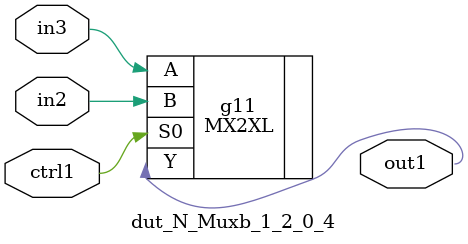
<source format=v>
`timescale 1ps / 1ps


module dut_N_Muxb_1_2_0_4(in3, in2, ctrl1, out1);
  input in3, in2, ctrl1;
  output out1;
  wire in3, in2, ctrl1;
  wire out1;
  MX2XL g11(.A (in3), .B (in2), .S0 (ctrl1), .Y (out1));
endmodule


</source>
